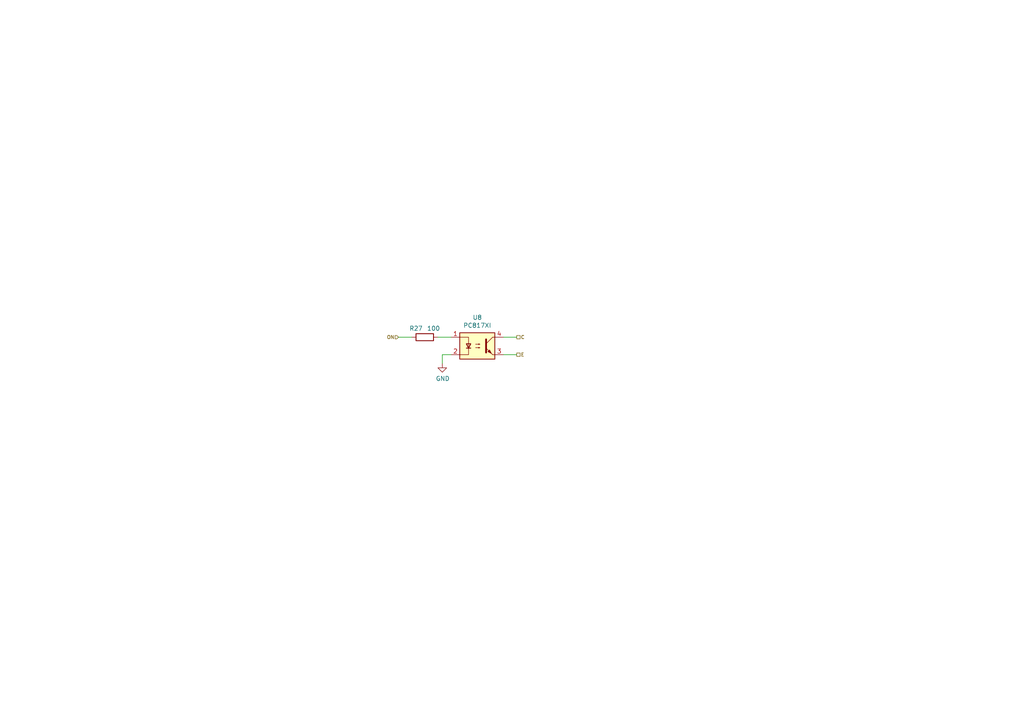
<source format=kicad_sch>
(kicad_sch (version 20230121) (generator eeschema)
  (paper "User" 297.002 210.007)
  (title_block (title "ESP-MAP (Standalone UPS Monitor)") (date "2024-01-07") (rev "rev01") (comment 1 "https://github.com/enriquewph/esp-map"))
  (lib_symbols
    (symbol "Device:R" (pin_numbers hide) (pin_names (offset 0))
      (property "Reference" "R" (at 2.032 0 90))
      (property "Value" "R" (at 0 0 90))
      (symbol "R_0_1"
        (rectangle (start -1.016 -2.54) (end 1.016 2.54) (stroke (width 0.254)))
      )
      (symbol "R_1_1"
        (pin passive line (at 0 3.81 270) (length 1.27) (name "~") (number "1"))
        (pin passive line (at 0 -3.81 90) (length 1.27) (name "~") (number "2"))
      )
    )
    (symbol "Isolator:PC817" (pin_names (offset 1.016))
      (property "Reference" "U" (at -5.08 5.08 0))
      (property "Value" "PC817" (at 0 5.08 0))
      (symbol "PC817_0_1"
        (rectangle (start -5.08 3.81) (end 5.08 -3.81) (stroke (width 0.254)) (fill (type background)))
        (polyline (pts (xy -3.175 -0.635) (xy -1.905 -0.635)) (stroke (width 0.254)))
        (polyline (pts (xy 2.54 0.635) (xy 4.445 2.54)))
        (polyline (pts (xy 4.445 -2.54) (xy 2.54 -0.635)) (fill (type outline)))
        (polyline (pts (xy 4.445 -2.54) (xy 5.08 -2.54)))
        (polyline (pts (xy 4.445 2.54) (xy 5.08 2.54)))
        (polyline (pts (xy -5.08 2.54) (xy -2.54 2.54) (xy -2.54 -0.635)))
        (polyline (pts (xy -2.54 -0.635) (xy -2.54 -2.54) (xy -5.08 -2.54)))
        (polyline (pts (xy 2.54 1.905) (xy 2.54 -1.905) (xy 2.54 -1.905)) (stroke (width 0.508)))
        (polyline (pts (xy -2.54 -0.635) (xy -3.175 0.635) (xy -1.905 0.635) (xy -2.54 -0.635)) (stroke (width 0.254)))
        (polyline (pts (xy -0.508 -0.508) (xy 0.762 -0.508) (xy 0.381 -0.635) (xy 0.381 -0.381) (xy 0.762 -0.508)))
        (polyline (pts (xy -0.508 0.508) (xy 0.762 0.508) (xy 0.381 0.381) (xy 0.381 0.635) (xy 0.762 0.508)))
        (polyline (pts (xy 3.048 -1.651) (xy 3.556 -1.143) (xy 4.064 -2.159) (xy 3.048 -1.651) (xy 3.048 -1.651)) (fill (type outline)))
      )
      (symbol "PC817_1_1"
        (pin passive line (at -7.62 2.54 0) (length 2.54) (name "~") (number "1"))
        (pin passive line (at -7.62 -2.54 0) (length 2.54) (name "~") (number "2"))
        (pin passive line (at 7.62 -2.54 180) (length 2.54) (name "~") (number "3"))
        (pin passive line (at 7.62 2.54 180) (length 2.54) (name "~") (number "4"))
      )
    )
    (symbol "power:GND" (power) (pin_names (offset 0))
      (property "Value" "GND" (at 0 -3.81 0))
      (symbol "GND_0_1"
        (polyline (pts (xy 0 0) (xy 0 -1.27) (xy 1.27 -1.27) (xy 0 -2.54) (xy -1.27 -1.27) (xy 0 -1.27)))
      )
      (symbol "GND_1_1"
        (pin power_in line (at 0 0 270) (length 0) hide (name "GND") (number "1"))
      )
    )
  )
  (wire (pts (xy 128.27 105.41) (xy 128.27 102.87)))
  (wire (pts (xy 128.27 102.87) (xy 130.81 102.87)))
  (wire (pts (xy 146.05 102.87) (xy 149.86 102.87)))
  (wire (pts (xy 149.86 97.79) (xy 146.05 97.79)))
  (wire (pts (xy 130.81 97.79) (xy 127 97.79)))
  (wire (pts (xy 119.38 97.79) (xy 115.57 97.79)))
  (hierarchical_label "ON" (shape input) (at 115.57 97.79 180) (effects (font (size 0.9906 0.9906))))
  (hierarchical_label "C" (shape passive) (at 149.86 97.79 0) (effects (font (size 0.9906 0.9906))))
  (hierarchical_label "E" (shape passive) (at 149.86 102.87 0) (effects (font (size 0.9906 0.9906))))
  (symbol (lib_id "Device:R") (at 123.19 97.79 270) (unit 1)
    (property "Reference" "R27" (at 120.65 95.25 90))
    (property "Value" "100" (at 125.73 95.25 90))
    (property "Footprint" "Resistor_SMD:R_1206_3216Metric" (effects hide))
    (property "Datasheet" "https://www.yageo.com/upload/media/product/productsearch/datasheet/rchip/PYu-RC_Group_51_RoHS_L_11.pdf" (effects hide))
    (property "manf#" "RC1206FR-07100RL" (effects hide))
  )
  (symbol (lib_id "power:GND") (at 128.27 105.41 0) (unit 1)
    (property "Reference" "#PWR070" (effects hide))
    (property "Value" "GND" (at 128.397 109.8042 0))
  )
  (symbol (lib_id "Isolator:PC817") (at 138.43 100.33 0) (unit 1)
    (property "Reference" "U8" (at 138.43 92.075 0))
    (property "Value" "PC817XI" (at 138.43 94.3864 0))
    (property "Footprint" "Package_DIP:SMDIP-4_W9.53mm" (effects hide))
    (property "Datasheet" "https://www.farnell.com/datasheets/73758.pdf" (effects hide))
    (property "manf#" "PC817XI" (effects hide))
  )
)
</source>
